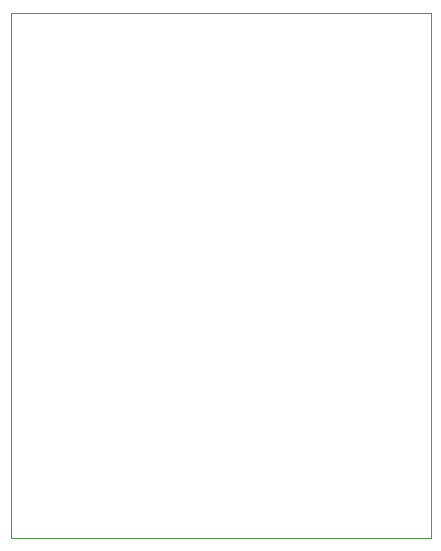
<source format=gm1>
G04 Layer_Color=16711935*
%FSLAX25Y25*%
%MOIN*%
G70*
G01*
G75*
%ADD242C,0.00000*%
D242*
X0Y0D02*
Y175000D01*
Y0D02*
X140000D01*
Y175000D01*
X0D02*
X140000D01*
M02*

</source>
